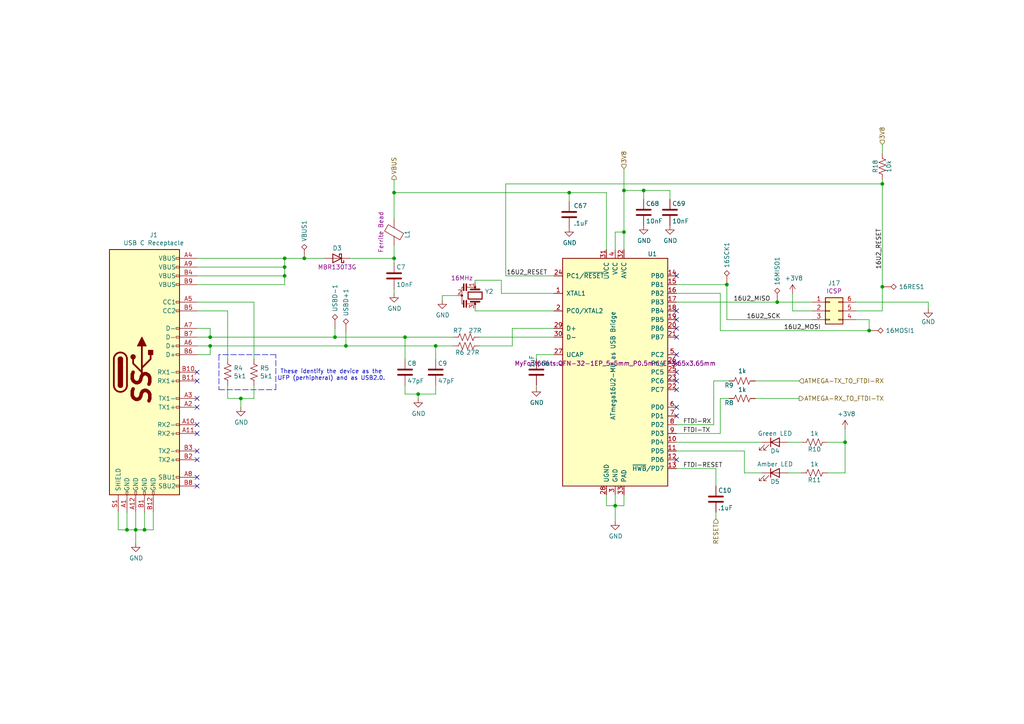
<source format=kicad_sch>
(kicad_sch (version 20211123) (generator eeschema)
  (paper "A4")
  (title_block (title "RCP USB PORT & BRIDGE "))
  (lib_symbols
    (symbol "Connector:TestPoint_Alt" (pin_numbers hide) (pin_names (offset 0.762) hide)
      (property "Reference" "TP" (at 0 6.858 0))
      (property "Value" "TestPoint_Alt" (at 0 5.08 0))
      (symbol "TestPoint_Alt_0_1"
        (polyline (pts (xy 0 2.54) (xy -0.762 3.302) (xy 0 4.064) (xy 0.762 3.302) (xy 0 2.54)))
      )
      (symbol "TestPoint_Alt_1_1"
        (pin passive line (at 0 0 90) (length 2.54) (name "1") (number "1"))
      )
    )
    (symbol "Connector_Generic:Conn_02x03_Counter_Clockwise" (pin_names (offset 1.016) hide)
      (property "Reference" "J" (at 1.27 5.08 0))
      (property "Value" "Conn_02x03_Counter_Clockwise" (at 1.27 -5.08 0))
      (symbol "Conn_02x03_Counter_Clockwise_1_1"
        (rectangle (start -1.27 -2.413) (end 0 -2.667) (stroke (width 0.1524)))
        (rectangle (start -1.27 0.127) (end 0 -0.127) (stroke (width 0.1524)))
        (rectangle (start -1.27 2.667) (end 0 2.413) (stroke (width 0.1524)))
        (rectangle (start -1.27 3.81) (end 3.81 -3.81) (stroke (width 0.254)) (fill (type background)))
        (rectangle (start 3.81 -2.413) (end 2.54 -2.667) (stroke (width 0.1524)))
        (rectangle (start 3.81 0.127) (end 2.54 -0.127) (stroke (width 0.1524)))
        (rectangle (start 3.81 2.667) (end 2.54 2.413) (stroke (width 0.1524)))
        (pin passive line (at -5.08 2.54 0) (length 3.81) (name "Pin_1") (number "1"))
        (pin passive line (at -5.08 0 0) (length 3.81) (name "Pin_2") (number "2"))
        (pin passive line (at -5.08 -2.54 0) (length 3.81) (name "Pin_3") (number "3"))
        (pin passive line (at 7.62 -2.54 180) (length 3.81) (name "Pin_4") (number "4"))
        (pin passive line (at 7.62 0 180) (length 3.81) (name "Pin_5") (number "5"))
        (pin passive line (at 7.62 2.54 180) (length 3.81) (name "Pin_6") (number "6"))
      )
    )
    (symbol "Device:C" (pin_numbers hide) (pin_names (offset 0.254))
      (property "Reference" "C" (at 0.635 2.54 0))
      (property "Value" "C" (at 0.635 -2.54 0))
      (symbol "C_0_1"
        (polyline (pts (xy -2.032 -0.762) (xy 2.032 -0.762)) (stroke (width 0.508)))
        (polyline (pts (xy -2.032 0.762) (xy 2.032 0.762)) (stroke (width 0.508)))
      )
      (symbol "C_1_1"
        (pin passive line (at 0 3.81 270) (length 2.794) (name "~") (number "1"))
        (pin passive line (at 0 -3.81 90) (length 2.794) (name "~") (number "2"))
      )
    )
    (symbol "Device:D_Schottky" (pin_numbers hide) (pin_names (offset 1.016) hide)
      (property "Reference" "D" (at 0 2.54 0))
      (property "Value" "D_Schottky" (at 0 -2.54 0))
      (symbol "D_Schottky_0_1"
        (polyline (pts (xy 1.27 0) (xy -1.27 0)))
        (polyline (pts (xy 1.27 1.27) (xy 1.27 -1.27) (xy -1.27 0) (xy 1.27 1.27)) (stroke (width 0.254)))
        (polyline (pts (xy -1.905 0.635) (xy -1.905 1.27) (xy -1.27 1.27) (xy -1.27 -1.27) (xy -0.635 -1.27) (xy -0.635 -0.635)) (stroke (width 0.254)))
      )
      (symbol "D_Schottky_1_1"
        (pin passive line (at -3.81 0 0) (length 2.54) (name "K") (number "1"))
        (pin passive line (at 3.81 0 180) (length 2.54) (name "A") (number "2"))
      )
    )
    (symbol "Device:Ferrite_Bead" (pin_numbers hide) (pin_names (offset 0))
      (property "Reference" "FB" (at -3.81 0.635 90))
      (property "Value" "Device_Ferrite_Bead" (at 3.81 0 90))
      (symbol "Ferrite_Bead_0_1"
        (polyline (pts (xy 0 -1.27) (xy 0 -1.2192)))
        (polyline (pts (xy 0 1.27) (xy 0 1.2954)))
        (polyline (pts (xy -2.7686 0.4064) (xy -1.7018 2.2606) (xy 2.7686 -0.3048) (xy 1.6764 -2.159) (xy -2.7686 0.4064)))
      )
      (symbol "Ferrite_Bead_1_1"
        (pin passive line (at 0 3.81 270) (length 2.54) (name "~") (number "1"))
        (pin passive line (at 0 -3.81 90) (length 2.54) (name "~") (number "2"))
      )
    )
    (symbol "Device:LED" (pin_numbers hide) (pin_names (offset 1.016) hide)
      (property "Reference" "D" (at 0 2.54 0))
      (property "Value" "LED" (at 0 -2.54 0))
      (symbol "LED_0_1"
        (polyline (pts (xy -1.27 -1.27) (xy -1.27 1.27)) (stroke (width 0.254)))
        (polyline (pts (xy -1.27 0) (xy 1.27 0)))
        (polyline (pts (xy 1.27 -1.27) (xy 1.27 1.27) (xy -1.27 0) (xy 1.27 -1.27)) (stroke (width 0.254)))
        (polyline (pts (xy -3.048 -0.762) (xy -4.572 -2.286) (xy -3.81 -2.286) (xy -4.572 -2.286) (xy -4.572 -1.524)))
        (polyline (pts (xy -1.778 -0.762) (xy -3.302 -2.286) (xy -2.54 -2.286) (xy -3.302 -2.286) (xy -3.302 -1.524)))
      )
      (symbol "LED_1_1"
        (pin passive line (at -3.81 0 0) (length 2.54) (name "K") (number "1"))
        (pin passive line (at 3.81 0 180) (length 2.54) (name "A") (number "2"))
      )
    )
    (symbol "Device:R_US" (pin_numbers hide) (pin_names (offset 0))
      (property "Reference" "R" (at 2.54 0 90))
      (property "Value" "R_US" (at -2.54 0 90))
      (symbol "R_US_0_1"
        (polyline (pts (xy 0 -2.286) (xy 0 -2.54)))
        (polyline (pts (xy 0 2.286) (xy 0 2.54)))
        (polyline (pts (xy 0 -0.762) (xy 1.016 -1.143) (xy 0 -1.524) (xy -1.016 -1.905) (xy 0 -2.286)))
        (polyline (pts (xy 0 0.762) (xy 1.016 0.381) (xy 0 0) (xy -1.016 -0.381) (xy 0 -0.762)))
        (polyline (pts (xy 0 2.286) (xy 1.016 1.905) (xy 0 1.524) (xy -1.016 1.143) (xy 0 0.762)))
      )
      (symbol "R_US_1_1"
        (pin passive line (at 0 3.81 270) (length 1.27) (name "~") (number "1"))
        (pin passive line (at 0 -3.81 90) (length 1.27) (name "~") (number "2"))
      )
    )
    (symbol "Device:Resonator" (pin_names (offset 1.016) hide)
      (property "Reference" "Y" (at 0 5.715 0))
      (property "Value" "Resonator" (at 0 3.81 0))
      (symbol "Resonator_0_1"
        (rectangle (start -3.429 -3.175) (end -1.397 -3.429) (fill (type outline)))
        (rectangle (start -3.429 -2.413) (end -1.397 -2.667) (fill (type outline)))
        (circle (center -2.413 0) (radius 0.254) (fill (type outline)))
        (rectangle (start -1.016 2.032) (end 1.016 -2.032) (stroke (width 0.3048)))
        (circle (center 0 -3.81) (radius 0.254) (fill (type outline)))
        (polyline (pts (xy -2.413 -2.413) (xy -2.413 0)))
        (polyline (pts (xy -1.905 0) (xy -3.175 0)))
        (polyline (pts (xy -1.778 -1.27) (xy -1.778 1.27)) (stroke (width 0.508)))
        (polyline (pts (xy 1.778 -1.27) (xy 1.778 1.27)) (stroke (width 0.508)))
        (polyline (pts (xy 1.905 0) (xy 2.54 0)))
        (polyline (pts (xy 2.413 0) (xy 2.413 -2.54)))
        (polyline (pts (xy 2.413 -3.302) (xy 2.413 -3.81) (xy -2.413 -3.81) (xy -2.413 -3.302)))
        (rectangle (start 1.397 -3.175) (end 3.429 -3.429) (fill (type outline)))
        (rectangle (start 1.397 -2.413) (end 3.429 -2.667) (fill (type outline)))
        (circle (center 2.413 0) (radius 0.254) (fill (type outline)))
      )
      (symbol "Resonator_1_1"
        (pin passive line (at -3.81 0 0) (length 1.27) (name "1") (number "1"))
        (pin passive line (at 0 -5.08 90) (length 1.27) (name "2") (number "2"))
        (pin passive line (at 3.81 0 180) (length 1.27) (name "3") (number "3"))
      )
    )
    (symbol "MyLibrary:ATmega16U2-MU" (pin_names (offset 1.016))
      (property "Reference" "U" (at 8.89 33.02 0))
      (property "Value" "MyLibrary_ATmega16U2-MU" (at 0 0 0))
      (symbol "ATmega16U2-MU_1_1"
        (rectangle (start -15.24 -35.56) (end 15.24 30.48) (stroke (width 0.254)) (fill (type background)))
        (pin input line (at -17.78 20.32 0) (length 2.54) (name "XTAL1") (number "1"))
        (pin tri_state line (at 17.78 -22.86 180) (length 2.54) (name "PD4") (number "10"))
        (pin tri_state line (at 17.78 -25.4 180) (length 2.54) (name "PD5") (number "11"))
        (pin tri_state line (at 17.78 -27.94 180) (length 2.54) (name "PD6") (number "12"))
        (pin tri_state line (at 17.78 -30.48 180) (length 2.54) (name "~{HWB}/PD7") (number "13"))
        (pin tri_state line (at 17.78 25.4 180) (length 2.54) (name "PB0") (number "14"))
        (pin tri_state line (at 17.78 22.86 180) (length 2.54) (name "PB1") (number "15"))
        (pin tri_state line (at 17.78 20.32 180) (length 2.54) (name "PB2") (number "16"))
        (pin tri_state line (at 17.78 17.78 180) (length 2.54) (name "PB3") (number "17"))
        (pin tri_state line (at 17.78 15.24 180) (length 2.54) (name "PB4") (number "18"))
        (pin tri_state line (at 17.78 12.7 180) (length 2.54) (name "PB5") (number "19"))
        (pin tri_state line (at -17.78 15.24 0) (length 2.54) (name "PC0/XTAL2") (number "2"))
        (pin tri_state line (at 17.78 10.16 180) (length 2.54) (name "PB6") (number "20"))
        (pin tri_state line (at 17.78 7.62 180) (length 2.54) (name "PB7") (number "21"))
        (pin tri_state line (at 17.78 -7.62 180) (length 2.54) (name "PC7") (number "22"))
        (pin tri_state line (at 17.78 -5.08 180) (length 2.54) (name "PC6") (number "23"))
        (pin tri_state line (at -17.78 25.4 0) (length 2.54) (name "PC1/~{RESET}") (number "24"))
        (pin tri_state line (at 17.78 -2.54 180) (length 2.54) (name "PC5") (number "25"))
        (pin tri_state line (at 17.78 0 180) (length 2.54) (name "PC4") (number "26"))
        (pin passive line (at -17.78 2.54 0) (length 2.54) (name "UCAP") (number "27"))
        (pin power_in line (at -2.54 -38.1 90) (length 2.54) (name "UGND") (number "28"))
        (pin bidirectional line (at -17.78 10.16 0) (length 2.54) (name "D+") (number "29"))
        (pin power_in line (at 0 -38.1 90) (length 2.54) (name "GND") (number "3"))
        (pin bidirectional line (at -17.78 7.62 0) (length 2.54) (name "D-") (number "30"))
        (pin power_in line (at -2.54 33.02 270) (length 2.54) (name "UVCC") (number "31"))
        (pin power_in line (at 2.54 33.02 270) (length 2.54) (name "AVCC") (number "32"))
        (pin passive line (at 2.54 -38.1 90) (length 2.54) (name "PAD") (number "33"))
        (pin power_in line (at 0 33.02 270) (length 2.54) (name "VCC") (number "4"))
        (pin tri_state line (at 17.78 2.54 180) (length 2.54) (name "PC2") (number "5"))
        (pin tri_state line (at 17.78 -12.7 180) (length 2.54) (name "PD0") (number "6"))
        (pin tri_state line (at 17.78 -15.24 180) (length 2.54) (name "PD1") (number "7"))
        (pin tri_state line (at 17.78 -17.78 180) (length 2.54) (name "PD2") (number "8"))
        (pin tri_state line (at 17.78 -20.32 180) (length 2.54) (name "PD3") (number "9"))
      )
    )
    (symbol "RUSP_Mainboard-rescue:USB_C_Receptacle-Connector-4GRotaryCellPhone-rescue-4GRCP_Mainboard-rescue" (pin_names (offset 1.016))
      (property "Reference" "J" (at -10.16 36.83 0))
      (property "Value" "USB_C_Receptacle-Connector-4GRotaryCellPhone-rescue-4GRCP_Mainboard-rescue" (at 10.16 36.83 0))
      (symbol "USB_C_Receptacle-Connector-4GRotaryCellPhone-rescue-4GRCP_Mainboard-rescue_0_0"
        (rectangle (start -5.334 -35.56) (end -4.826 -34.544))
        (rectangle (start -2.794 -35.56) (end -2.286 -34.544))
        (rectangle (start -0.254 -35.56) (end 0.254 -34.544))
        (rectangle (start 2.286 -35.56) (end 2.794 -34.544))
        (rectangle (start 10.16 -32.766) (end 9.144 -33.274))
        (rectangle (start 10.16 -30.226) (end 9.144 -30.734))
        (rectangle (start 10.16 -25.146) (end 9.144 -25.654))
        (rectangle (start 10.16 -22.606) (end 9.144 -23.114))
        (rectangle (start 10.16 -17.526) (end 9.144 -18.034))
        (rectangle (start 10.16 -14.986) (end 9.144 -15.494))
        (rectangle (start 10.16 -9.906) (end 9.144 -10.414))
        (rectangle (start 10.16 -7.366) (end 9.144 -7.874))
        (rectangle (start 10.16 -2.286) (end 9.144 -2.794))
        (rectangle (start 10.16 0.254) (end 9.144 -0.254))
        (rectangle (start 10.16 5.334) (end 9.144 4.826))
        (rectangle (start 10.16 7.874) (end 9.144 7.366))
        (rectangle (start 10.16 10.414) (end 9.144 9.906))
        (rectangle (start 10.16 12.954) (end 9.144 12.446))
        (rectangle (start 10.16 18.034) (end 9.144 17.526))
        (rectangle (start 10.16 20.574) (end 9.144 20.066))
        (rectangle (start 10.16 25.654) (end 9.144 25.146))
        (rectangle (start 10.16 28.194) (end 9.144 27.686))
        (rectangle (start 10.16 30.734) (end 9.144 30.226))
        (rectangle (start 10.16 33.274) (end 9.144 32.766))
        (text "SS" (at -0.762 -4.445 900) (effects (font (size 5.08 5.08) bold italic)))
      )
      (symbol "USB_C_Receptacle-Connector-4GRotaryCellPhone-rescue-4GRCP_Mainboard-rescue_0_1"
        (rectangle (start -10.16 35.56) (end 10.16 -35.56) (stroke (width 0.254)) (fill (type background)))
        (arc (start -8.89 -3.81) (mid -6.985 -5.715) (end -5.08 -3.81) (stroke (width 0.508)))
        (arc (start -7.62 -3.81) (mid -6.985 -4.445) (end -6.35 -3.81) (stroke (width 0.254)))
        (arc (start -7.62 -3.81) (mid -6.985 -4.445) (end -6.35 -3.81) (stroke (width 0.254)) (fill (type outline)))
        (rectangle (start -7.62 -3.81) (end -6.35 3.81) (stroke (width 0.254)) (fill (type outline)))
        (arc (start -6.35 3.81) (mid -6.985 4.445) (end -7.62 3.81) (stroke (width 0.254)))
        (arc (start -6.35 3.81) (mid -6.985 4.445) (end -7.62 3.81) (stroke (width 0.254)) (fill (type outline)))
        (arc (start -5.08 3.81) (mid -6.985 5.715) (end -8.89 3.81) (stroke (width 0.508)))
        (circle (center -3.302 4.445) (radius 0.635) (stroke (width 0.254)) (fill (type outline)))
        (polyline (pts (xy -8.89 -3.81) (xy -8.89 3.81)) (stroke (width 0.508)))
        (polyline (pts (xy -5.08 3.81) (xy -5.08 -3.81)) (stroke (width 0.508)))
        (polyline (pts (xy -0.762 -1.27) (xy -0.762 7.62)) (stroke (width 0.508)))
        (polyline (pts (xy -0.762 0) (xy -3.302 2.54) (xy -3.302 3.81)) (stroke (width 0.508)))
        (polyline (pts (xy -0.762 1.27) (xy 1.778 3.81) (xy 1.778 5.08)) (stroke (width 0.508)))
        (polyline (pts (xy -2.032 7.62) (xy -0.762 10.16) (xy 0.508 7.62) (xy -2.032 7.62)) (stroke (width 0.254)) (fill (type outline)))
        (rectangle (start 1.143 5.08) (end 2.413 6.35) (stroke (width 0.254)) (fill (type outline)))
      )
      (symbol "USB_C_Receptacle-Connector-4GRotaryCellPhone-rescue-4GRCP_Mainboard-rescue_1_1"
        (pin power_in line (at -5.08 -40.64 90) (length 5.08) (name "GND") (number "A1"))
        (pin bidirectional line (at 15.24 -15.24 180) (length 5.08) (name "RX2-") (number "A10"))
        (pin bidirectional line (at 15.24 -17.78 180) (length 5.08) (name "RX2+") (number "A11"))
        (pin power_in line (at -2.54 -40.64 90) (length 5.08) (name "GND") (number "A12"))
        (pin bidirectional line (at 15.24 -10.16 180) (length 5.08) (name "TX1+") (number "A2"))
        (pin bidirectional line (at 15.24 -7.62 180) (length 5.08) (name "TX1-") (number "A3"))
        (pin power_in line (at 15.24 33.02 180) (length 5.08) (name "VBUS") (number "A4"))
        (pin bidirectional line (at 15.24 20.32 180) (length 5.08) (name "CC1") (number "A5"))
        (pin bidirectional line (at 15.24 7.62 180) (length 5.08) (name "D+") (number "A6"))
        (pin bidirectional line (at 15.24 12.7 180) (length 5.08) (name "D-") (number "A7"))
        (pin bidirectional line (at 15.24 -30.48 180) (length 5.08) (name "SBU1") (number "A8"))
        (pin power_in line (at 15.24 30.48 180) (length 5.08) (name "VBUS") (number "A9"))
        (pin power_in line (at 0 -40.64 90) (length 5.08) (name "GND") (number "B1"))
        (pin bidirectional line (at 15.24 0 180) (length 5.08) (name "RX1-") (number "B10"))
        (pin bidirectional line (at 15.24 -2.54 180) (length 5.08) (name "RX1+") (number "B11"))
        (pin power_in line (at 2.54 -40.64 90) (length 5.08) (name "GND") (number "B12"))
        (pin bidirectional line (at 15.24 -25.4 180) (length 5.08) (name "TX2+") (number "B2"))
        (pin bidirectional line (at 15.24 -22.86 180) (length 5.08) (name "TX2-") (number "B3"))
        (pin power_in line (at 15.24 27.94 180) (length 5.08) (name "VBUS") (number "B4"))
        (pin bidirectional line (at 15.24 17.78 180) (length 5.08) (name "CC2") (number "B5"))
        (pin bidirectional line (at 15.24 5.08 180) (length 5.08) (name "D+") (number "B6"))
        (pin bidirectional line (at 15.24 10.16 180) (length 5.08) (name "D-") (number "B7"))
        (pin bidirectional line (at 15.24 -33.02 180) (length 5.08) (name "SBU2") (number "B8"))
        (pin power_in line (at 15.24 25.4 180) (length 5.08) (name "VBUS") (number "B9"))
        (pin passive line (at -7.62 -40.64 90) (length 5.08) (name "SHIELD") (number "S1"))
      )
    )
    (symbol "power:+3V8" (power) (pin_names (offset 0))
      (property "Value" "+3V8" (at 0 3.556 0))
      (symbol "+3V8_0_1"
        (polyline (pts (xy -0.762 1.27) (xy 0 2.54)))
        (polyline (pts (xy 0 0) (xy 0 2.54)))
        (polyline (pts (xy 0 2.54) (xy 0.762 1.27)))
      )
      (symbol "+3V8_1_1"
        (pin power_in line (at 0 0 90) (length 0) hide (name "+3V8") (number "1"))
      )
    )
    (symbol "power:GND" (power) (pin_names (offset 0))
      (property "Value" "GND" (at 0 -3.81 0))
      (symbol "GND_0_1"
        (polyline (pts (xy 0 0) (xy 0 -1.27) (xy 1.27 -1.27) (xy 0 -2.54) (xy -1.27 -1.27) (xy 0 -1.27)))
      )
      (symbol "GND_1_1"
        (pin power_in line (at 0 0 270) (length 0) hide (name "GND") (number "1"))
      )
    )
  )
  (junction (at 178.435 146.685))
  (junction (at 60.96 100.33))
  (junction (at 186.69 55.245))
  (junction (at 126.365 100.33))
  (junction (at 82.55 74.93))
  (junction (at 97.155 97.79))
  (junction (at 41.91 153.67))
  (junction (at 165.1 55.88))
  (junction (at 114.3 55.88))
  (junction (at 121.285 114.3))
  (junction (at 180.975 55.245))
  (junction (at 210.82 82.55))
  (junction (at 114.3 74.93))
  (junction (at 255.905 83.185))
  (junction (at 252.095 95.885))
  (junction (at 39.37 153.67))
  (junction (at 100.33 100.33))
  (junction (at 82.55 80.01))
  (junction (at 245.11 128.27))
  (junction (at 180.975 67.31))
  (junction (at 225.425 87.63))
  (junction (at 82.55 77.47))
  (junction (at 69.85 115.57))
  (junction (at 60.96 97.79))
  (junction (at 117.475 97.79))
  (junction (at 88.265 74.93))
  (junction (at 255.905 53.34))
  (junction (at 36.83 153.67))
  (no_connect (at 57.15 123.19))
  (no_connect (at 196.215 90.17))
  (no_connect (at 196.215 92.71))
  (no_connect (at 57.15 130.81))
  (no_connect (at 57.15 107.95))
  (no_connect (at 196.215 95.25))
  (no_connect (at 57.15 115.57))
  (no_connect (at 196.215 113.03))
  (no_connect (at 196.215 118.11))
  (no_connect (at 196.215 107.95))
  (no_connect (at 196.215 110.49))
  (no_connect (at 57.15 110.49))
  (no_connect (at 196.215 97.79))
  (no_connect (at 57.15 133.35))
  (no_connect (at 57.15 125.73))
  (no_connect (at 196.215 102.87))
  (no_connect (at 196.215 120.65))
  (no_connect (at 196.215 105.41))
  (no_connect (at 196.215 80.01))
  (no_connect (at 57.15 138.43))
  (no_connect (at 57.15 118.11))
  (no_connect (at 57.15 140.97))
  (no_connect (at 196.215 133.35))
  (wire (pts (xy 196.215 130.81) (xy 215.9 130.81)))
  (wire (pts (xy 155.575 102.87) (xy 160.655 102.87)))
  (wire (pts (xy 196.215 128.27) (xy 220.98 128.27)))
  (wire (pts (xy 207.645 150.495) (xy 207.645 148.59)))
  (wire (pts (xy 255.905 41.91) (xy 255.905 44.45)))
  (wire (pts (xy 208.915 85.09) (xy 208.915 95.885)))
  (wire (pts (xy 114.3 74.93) (xy 114.3 71.12)))
  (wire (pts (xy 248.285 90.17) (xy 255.905 90.17)))
  (wire (pts (xy 178.435 72.39) (xy 178.435 67.31)))
  (wire (pts (xy 88.265 74.93) (xy 93.98 74.93)))
  (wire (pts (xy 186.69 55.245) (xy 194.31 55.245)))
  (wire (pts (xy 160.655 90.17) (xy 137.795 90.17)))
  (wire (pts (xy 82.55 74.93) (xy 57.15 74.93)))
  (wire (pts (xy 229.87 90.17) (xy 235.585 90.17)))
  (wire (pts (xy 117.475 111.76) (xy 117.475 114.3)))
  (wire (pts (xy 114.3 52.07) (xy 114.3 55.88)))
  (wire (pts (xy 196.215 123.19) (xy 207.01 123.19)))
  (wire (pts (xy 165.1 55.88) (xy 114.3 55.88)))
  (wire (pts (xy 146.685 80.01) (xy 160.655 80.01)))
  (wire (pts (xy 215.9 137.16) (xy 220.98 137.16)))
  (wire (pts (xy 255.905 53.34) (xy 146.685 53.34)))
  (wire (pts (xy 57.15 97.79) (xy 60.96 97.79)))
  (wire (pts (xy 178.435 67.31) (xy 180.975 67.31)))
  (wire (pts (xy 57.15 100.33) (xy 60.96 100.33)))
  (polyline (pts (xy 80.01 113.03) (xy 80.01 102.87)))
  (wire (pts (xy 228.6 137.16) (xy 232.41 137.16)))
  (wire (pts (xy 178.435 146.685) (xy 180.975 146.685)))
  (wire (pts (xy 126.365 100.33) (xy 131.445 100.33)))
  (wire (pts (xy 82.55 80.01) (xy 82.55 77.47)))
  (wire (pts (xy 255.905 90.17) (xy 255.905 83.185)))
  (wire (pts (xy 229.87 85.09) (xy 229.87 90.17)))
  (wire (pts (xy 82.55 82.55) (xy 82.55 80.01)))
  (wire (pts (xy 137.795 90.17) (xy 137.795 89.535)))
  (wire (pts (xy 36.83 153.67) (xy 39.37 153.67)))
  (wire (pts (xy 207.01 110.49) (xy 211.455 110.49)))
  (wire (pts (xy 114.3 55.88) (xy 114.3 63.5)))
  (wire (pts (xy 208.915 115.57) (xy 208.915 125.73)))
  (wire (pts (xy 175.895 143.51) (xy 175.895 146.685)))
  (wire (pts (xy 148.59 100.33) (xy 148.59 95.25)))
  (wire (pts (xy 180.975 55.245) (xy 186.69 55.245)))
  (wire (pts (xy 100.33 100.33) (xy 126.365 100.33)))
  (wire (pts (xy 208.915 115.57) (xy 211.455 115.57)))
  (wire (pts (xy 245.11 124.46) (xy 245.11 128.27)))
  (wire (pts (xy 57.15 82.55) (xy 82.55 82.55)))
  (wire (pts (xy 245.11 137.16) (xy 240.03 137.16)))
  (wire (pts (xy 175.895 72.39) (xy 175.895 55.88)))
  (wire (pts (xy 57.15 80.01) (xy 82.55 80.01)))
  (wire (pts (xy 215.9 130.81) (xy 215.9 137.16)))
  (wire (pts (xy 255.905 53.34) (xy 255.905 52.07)))
  (wire (pts (xy 126.365 104.14) (xy 126.365 100.33)))
  (wire (pts (xy 210.82 82.55) (xy 196.215 82.55)))
  (wire (pts (xy 57.15 90.17) (xy 66.04 90.17)))
  (wire (pts (xy 60.96 97.79) (xy 97.155 97.79)))
  (wire (pts (xy 34.29 153.67) (xy 36.83 153.67)))
  (wire (pts (xy 207.645 135.89) (xy 207.645 140.97)))
  (wire (pts (xy 117.475 114.3) (xy 121.285 114.3)))
  (wire (pts (xy 137.795 81.915) (xy 137.795 81.28)))
  (wire (pts (xy 207.01 123.19) (xy 207.01 110.49)))
  (wire (pts (xy 148.59 95.25) (xy 160.655 95.25)))
  (wire (pts (xy 57.15 87.63) (xy 73.66 87.63)))
  (wire (pts (xy 175.895 55.88) (xy 165.1 55.88)))
  (wire (pts (xy 139.065 100.33) (xy 148.59 100.33)))
  (wire (pts (xy 248.285 92.71) (xy 252.095 92.71)))
  (wire (pts (xy 196.215 87.63) (xy 225.425 87.63)))
  (wire (pts (xy 208.915 125.73) (xy 196.215 125.73)))
  (wire (pts (xy 60.96 102.87) (xy 60.96 100.33)))
  (wire (pts (xy 139.065 97.79) (xy 160.655 97.79)))
  (wire (pts (xy 41.91 148.59) (xy 41.91 153.67)))
  (wire (pts (xy 73.66 115.57) (xy 73.66 111.76)))
  (wire (pts (xy 196.215 85.09) (xy 208.915 85.09)))
  (polyline (pts (xy 63.5 113.03) (xy 80.01 113.03)))
  (wire (pts (xy 60.96 100.33) (xy 100.33 100.33)))
  (wire (pts (xy 66.04 115.57) (xy 69.85 115.57)))
  (wire (pts (xy 180.975 67.31) (xy 180.975 72.39)))
  (wire (pts (xy 137.795 81.28) (xy 145.415 81.28)))
  (wire (pts (xy 210.82 92.71) (xy 210.82 82.55)))
  (wire (pts (xy 57.15 95.25) (xy 60.96 95.25)))
  (wire (pts (xy 180.975 55.245) (xy 180.975 48.895)))
  (wire (pts (xy 66.04 111.76) (xy 66.04 115.57)))
  (polyline (pts (xy 63.5 102.87) (xy 63.5 113.03)))
  (wire (pts (xy 66.04 90.17) (xy 66.04 104.14)))
  (wire (pts (xy 269.24 87.63) (xy 248.285 87.63)))
  (wire (pts (xy 245.11 128.27) (xy 245.11 137.16)))
  (wire (pts (xy 228.6 128.27) (xy 232.41 128.27)))
  (wire (pts (xy 165.1 58.42) (xy 165.1 55.88)))
  (wire (pts (xy 208.915 95.885) (xy 252.095 95.885)))
  (polyline (pts (xy 80.01 102.87) (xy 63.5 102.87)))
  (wire (pts (xy 57.15 77.47) (xy 82.55 77.47)))
  (wire (pts (xy 44.45 148.59) (xy 44.45 153.67)))
  (wire (pts (xy 114.3 76.2) (xy 114.3 74.93)))
  (wire (pts (xy 178.435 151.13) (xy 178.435 146.685)))
  (wire (pts (xy 178.435 143.51) (xy 178.435 146.685)))
  (wire (pts (xy 126.365 114.3) (xy 126.365 111.76)))
  (wire (pts (xy 255.905 83.185) (xy 255.905 53.34)))
  (wire (pts (xy 240.03 128.27) (xy 245.11 128.27)))
  (wire (pts (xy 73.66 87.63) (xy 73.66 104.14)))
  (wire (pts (xy 39.37 157.48) (xy 39.37 153.67)))
  (wire (pts (xy 97.155 95.25) (xy 97.155 97.79)))
  (wire (pts (xy 225.425 87.63) (xy 235.585 87.63)))
  (wire (pts (xy 128.27 86.995) (xy 128.27 85.725)))
  (wire (pts (xy 57.15 102.87) (xy 60.96 102.87)))
  (wire (pts (xy 97.155 97.79) (xy 117.475 97.79)))
  (wire (pts (xy 186.69 55.245) (xy 186.69 57.785)))
  (wire (pts (xy 121.285 115.57) (xy 121.285 114.3)))
  (wire (pts (xy 194.31 55.245) (xy 194.31 57.785)))
  (wire (pts (xy 155.575 104.14) (xy 155.575 102.87)))
  (wire (pts (xy 121.285 114.3) (xy 126.365 114.3)))
  (wire (pts (xy 117.475 104.14) (xy 117.475 97.79)))
  (wire (pts (xy 145.415 85.09) (xy 160.655 85.09)))
  (wire (pts (xy 60.96 95.25) (xy 60.96 97.79)))
  (wire (pts (xy 36.83 153.67) (xy 36.83 148.59)))
  (wire (pts (xy 114.3 85.09) (xy 114.3 83.82)))
  (wire (pts (xy 180.975 146.685) (xy 180.975 143.51)))
  (wire (pts (xy 41.91 153.67) (xy 44.45 153.67)))
  (wire (pts (xy 269.24 89.535) (xy 269.24 87.63)))
  (wire (pts (xy 39.37 153.67) (xy 41.91 153.67)))
  (wire (pts (xy 145.415 81.28) (xy 145.415 85.09)))
  (wire (pts (xy 196.215 135.89) (xy 207.645 135.89)))
  (wire (pts (xy 101.6 74.93) (xy 114.3 74.93)))
  (wire (pts (xy 252.095 95.885) (xy 252.095 92.71)))
  (wire (pts (xy 82.55 74.93) (xy 88.265 74.93)))
  (wire (pts (xy 34.29 153.67) (xy 34.29 148.59)))
  (wire (pts (xy 82.55 77.47) (xy 82.55 74.93)))
  (wire (pts (xy 219.075 110.49) (xy 231.775 110.49)))
  (wire (pts (xy 117.475 97.79) (xy 131.445 97.79)))
  (wire (pts (xy 180.975 67.31) (xy 180.975 55.245)))
  (wire (pts (xy 69.85 115.57) (xy 73.66 115.57)))
  (wire (pts (xy 155.575 111.76) (xy 155.575 112.395)))
  (wire (pts (xy 210.82 92.71) (xy 235.585 92.71)))
  (wire (pts (xy 231.775 115.57) (xy 219.075 115.57)))
  (wire (pts (xy 175.895 146.685) (xy 178.435 146.685)))
  (wire (pts (xy 39.37 148.59) (xy 39.37 153.67)))
  (wire (pts (xy 100.33 96.52) (xy 100.33 100.33)))
  (wire (pts (xy 146.685 53.34) (xy 146.685 80.01)))
  (wire (pts (xy 69.85 115.57) (xy 69.85 118.11)))
  (wire (pts (xy 128.27 85.725) (xy 132.715 85.725)))
  (text "These identify the device as the \nUFP (perhipheral) and as USB2.0." (at 111.76 110.49 180) (effects (font (size 1.1938 1.1938)) (justify right bottom)))
  (label "FTDI-TX" (at 198.12 125.73 0))
  (label "16U2_RESET" (at 255.905 78.105 90))
  (label "16U2_MOSI" (at 227.33 95.885 0))
  (label "16U2_RESET" (at 158.75 80.01 180))
  (label "16U2_MISO" (at 212.725 87.63 0))
  (label "16U2_SCK" (at 216.535 92.71 0))
  (label "FTDI-RX" (at 198.12 123.19 0))
  (label "FTDI-RESET" (at 198.12 135.89 0))
  (hierarchical_label "ATMEGA-TX_TO_FTDI-RX" (shape input) (at 231.775 110.49 0))
  (hierarchical_label "ATMEGA-RX_TO_FTDI-TX" (shape output) (at 231.775 115.57 0))
  (hierarchical_label "VBUS" (shape output) (at 114.3 52.07 90))
  (hierarchical_label "RESET" (shape input) (at 207.645 150.495 270))
  (hierarchical_label "3V8" (shape input) (at 180.975 48.895 90))
  (hierarchical_label "3V8" (shape input) (at 255.905 41.91 90))
  (symbol (lib_id "Device:R_US") (at 135.255 97.79 270) (unit 1)
    (property "Reference" "R7" (at 132.715 95.885 90))
    (property "Value" "27R" (at 137.795 95.885 90))
    (property "Footprint" "Resistor_SMD:R_0603_1608Metric" (effects hide))
    (property "Distrib. Name" "Digi-Key" (effects hide))
    (property "Distrib Part No." "RMCF0603JT27R0CT-ND " (effects hide))
  )
  (symbol (lib_id "Device:R_US") (at 135.255 100.33 270) (unit 1)
    (property "Reference" "R6" (at 133.35 102.235 90))
    (property "Value" "27R" (at 137.16 102.235 90))
    (property "Footprint" "Resistor_SMD:R_0603_1608Metric" (effects hide))
    (property "Distrib. Name" "Digi-Key" (effects hide))
    (property "Distrib Part No." "RMCF0603JT27R0CT-ND " (effects hide))
  )
  (symbol (lib_id "Device:C") (at 126.365 107.95 0) (unit 1)
    (property "Reference" "C9" (at 127 105.41 0) (effects (justify left)))
    (property "Value" "47pF" (at 127 110.49 0) (effects (justify left)))
    (property "Footprint" "Capacitor_SMD:C_0603_1608Metric" (effects hide))
    (property "Distrib. Name" "Digi-Key" (effects hide))
    (property "Distrib Part No." "399-7918-1-ND " (effects hide))
  )
  (symbol (lib_id "Device:C") (at 117.475 107.95 0) (unit 1)
    (property "Reference" "C8" (at 118.11 105.41 0) (effects (justify left)))
    (property "Value" "47pF" (at 118.11 110.49 0) (effects (justify left)))
    (property "Footprint" "Capacitor_SMD:C_0603_1608Metric" (effects hide))
    (property "Distrib. Name" "Digi-Key" (effects hide))
    (property "Distrib Part No." "399-7918-1-ND " (effects hide))
  )
  (symbol (lib_id "Device:R_US") (at 236.22 128.27 270) (unit 1)
    (property "Reference" "R10" (at 236.22 130.302 90))
    (property "Value" "1k" (at 236.22 125.73 90))
    (property "Footprint" "Resistor_SMD:R_0603_1608Metric" (effects hide))
    (property "Distrib. Name" "Digi-Key" (effects hide))
    (property "Distrib Part No." "P1.0KGCT-ND" (effects hide))
  )
  (symbol (lib_id "Device:LED") (at 224.79 128.27 0) (unit 1)
    (property "Reference" "D4" (at 224.79 130.81 0))
    (property "Value" "Green LED" (at 224.79 125.73 0))
    (property "Footprint" "LED_SMD:LED_0603_1608Metric_Castellated" (effects hide))
    (property "Mfg. Name" "OSRAM" (effects hide))
    (property "Mfg. Part No." "LT Q39G-Q1OO-25-1" (effects hide))
    (property "Distrib. Name" "DigiKey" (effects hide))
    (property "Distrib Part No." "475-3442-1-ND‎" (effects hide))
    (property "Color" "Rx/GREEN" (effects hide))
  )
  (symbol (lib_id "Device:R_US") (at 236.22 137.16 270) (unit 1)
    (property "Reference" "R11" (at 236.22 139.192 90))
    (property "Value" "1k" (at 236.22 134.62 90))
    (property "Footprint" "Resistor_SMD:R_0603_1608Metric" (effects hide))
    (property "Distrib. Name" "Digi-Key" (effects hide))
    (property "Distrib Part No." "P1.0KGCT-ND" (effects hide))
  )
  (symbol (lib_id "Device:LED") (at 224.79 137.16 0) (unit 1)
    (property "Reference" "D5" (at 224.79 139.7 0))
    (property "Value" "Amber LED" (at 224.79 134.62 0))
    (property "Footprint" "LED_SMD:LED_0603_1608Metric_Castellated" (effects hide))
    (property "Mfg. Name" "Inolux" (effects hide))
    (property "Mfg. Part No." "IN-S63AT5Y" (effects hide))
    (property "Distrib. Name" "DigiKey" (effects hide))
    (property "Distrib Part No." "1830-1066-1-ND‎" (effects hide))
    (property "Color" "Tx/YELLOW" (effects hide))
  )
  (symbol (lib_id "Device:Ferrite_Bead") (at 114.3 67.31 180) (unit 1)
    (property "Reference" "L1" (at 118.11 67.945 90))
    (property "Value" "Ferrite Bead for VBus" (effects hide))
    (property "Footprint" "Resistor_SMD:R_0805_2012Metric_Pad1.15x1.40mm_HandSolder" (effects hide))
    (property "Mfg. Name" "Laird" (effects hide))
    (property "Mfg. Part No." "MI0805K601R-10" (effects hide))
    (property "Distrib. Name" "DigiKey" (effects hide))
    (property "Distrib Part No." "240-2390-1-ND" (effects hide))
    (property "Label" "Ferrite Bead" (at 110.49 67.31 90))
  )
  (symbol (lib_id "Device:C") (at 114.3 80.01 0) (unit 1)
    (property "Reference" "C7" (at 114.935 77.47 0) (effects (justify left)))
    (property "Value" "10nF" (at 114.935 82.55 0) (effects (justify left)))
    (property "Footprint" "Capacitor_SMD:C_0603_1608Metric" (effects hide))
  )
  (symbol (lib_id "Device:C") (at 207.645 144.78 0) (unit 1)
    (property "Reference" "C10" (at 208.28 142.24 0) (effects (justify left)))
    (property "Value" ".1uF" (at 208.28 147.32 0) (effects (justify left)))
    (property "Footprint" "Capacitor_SMD:C_0603_1608Metric" (effects hide))
    (property "Distrib. Name" "Digi-Key" (effects hide))
    (property "Distrib Part No." "1276-1000-1-ND " (effects hide))
    (property "Label" "50V" (effects hide))
  )
  (symbol (lib_id "Device:R_US") (at 215.265 115.57 90) (unit 1)
    (property "Reference" "R8" (at 211.455 116.84 90))
    (property "Value" "1k" (at 215.265 113.03 90))
    (property "Footprint" "Resistor_SMD:R_0603_1608Metric" (effects hide))
    (property "Distrib. Name" "Digi-Key" (effects hide))
    (property "Distrib Part No." "P1.0KGCT-ND" (effects hide))
  )
  (symbol (lib_id "Device:R_US") (at 215.265 110.49 270) (unit 1)
    (property "Reference" "R9" (at 211.455 111.76 90))
    (property "Value" "1k" (at 215.265 107.5944 90))
    (property "Footprint" "Resistor_SMD:R_0603_1608Metric" (effects hide))
    (property "Distrib. Name" "Digi-Key" (effects hide))
    (property "Distrib Part No." "P1.0KGCT-ND" (effects hide))
  )
  (symbol (lib_id "Device:D_Schottky") (at 97.79 74.93 180) (unit 1)
    (property "Reference" "D3" (at 97.79 71.9836 0))
    (property "Value" "VBus Protection Schottky" (effects hide))
    (property "Footprint" "Diode_SMD:D_SOD-123" (effects hide))
    (property "Mfg. Name" "ON Semiconductor" (effects hide))
    (property "Mfg. Part No." "MBR130T3G" (at 97.79 77.47 0))
    (property "Distrib. Name" "DigiKey" (effects hide))
    (property "Distrib Part No." "MBR130T3GOSCT-ND" (effects hide))
  )
  (symbol (lib_id "power:GND") (at 69.85 118.11 0) (unit 1)
    (property "Reference" "#PWR0121" (effects hide))
    (property "Value" "GND" (at 69.977 122.5042 0))
  )
  (symbol (lib_id "power:GND") (at 121.285 115.57 0) (unit 1)
    (property "Reference" "#PWR0123" (effects hide))
    (property "Value" "GND" (at 121.412 119.9642 0))
  )
  (symbol (lib_id "RUSP_Mainboard-rescue:USB_C_Receptacle-Connector-4GRotaryCellPhone-rescue-4GRCP_Mainboard-rescue") (at 41.91 107.95 0) (unit 1)
    (property "Reference" "J1" (at 44.577 68.1482 0))
    (property "Value" "USB C Receptacle" (at 44.577 70.4596 0))
    (property "Footprint" "MyFootprints:USBC_CUI_UJ31-CH-G1-SMT-TR" (effects hide))
    (property "Datasheet" "https://www.cuidevices.com/product/resource/uj31-ch-g1-smt-tr.pdf" (effects hide))
    (property "Mfg. Name" "CUI" (effects hide))
    (property "Mfg. Part No." "UJ31-CH-G1-SMT-TR" (effects hide))
  )
  (symbol (lib_id "Device:R_US") (at 66.04 107.95 0) (unit 1)
    (property "Reference" "R4" (at 67.7672 106.7816 0) (effects (justify left)))
    (property "Value" "5k1" (at 67.7672 109.093 0) (effects (justify left)))
    (property "Footprint" "Resistor_SMD:R_0402_1005Metric" (effects hide))
    (property "Mfg. Name" "Yageo" (effects hide))
    (property "Mfg. Part No." "RC0402FR-075K1L" (effects hide))
  )
  (symbol (lib_id "Device:R_US") (at 73.66 107.95 0) (unit 1)
    (property "Reference" "R5" (at 75.3872 106.7816 0) (effects (justify left)))
    (property "Value" "5k1" (at 75.3872 109.093 0) (effects (justify left)))
    (property "Footprint" "Resistor_SMD:R_0402_1005Metric" (effects hide))
    (property "Mfg. Name" "Yageo" (effects hide))
    (property "Mfg. Part No." "RC0402FR-075K1L" (effects hide))
  )
  (symbol (lib_id "power:GND") (at 114.3 85.09 0) (unit 1)
    (property "Reference" "#PWR0151" (effects hide))
    (property "Value" "GND" (at 114.427 89.4842 0))
  )
  (symbol (lib_id "power:GND") (at 39.37 157.48 0) (unit 1)
    (property "Reference" "#PWR0152" (effects hide))
    (property "Value" "GND" (at 39.497 161.8742 0))
  )
  (symbol (lib_id "power:+3V8") (at 245.11 124.46 0) (unit 1)
    (property "Reference" "#PWR0122" (effects hide))
    (property "Value" "+3V8" (at 245.491 120.0658 0))
  )
  (symbol (lib_id "Device:C") (at 165.1 62.23 0) (unit 1)
    (property "Reference" "C67" (at 166.37 59.69 0) (effects (justify left)))
    (property "Value" ".1uF" (at 166.37 64.77 0) (effects (justify left)))
    (property "Footprint" "Capacitor_SMD:C_0603_1608Metric" (effects hide))
  )
  (symbol (lib_id "power:GND") (at 165.1 66.04 0) (unit 1)
    (property "Reference" "#PWR0149" (effects hide))
    (property "Value" "GND" (at 165.227 70.4342 0))
  )
  (symbol (lib_id "Connector_Generic:Conn_02x03_Counter_Clockwise") (at 240.665 90.17 0) (unit 1) (in_bom no)
    (property "Reference" "J17" (at 241.935 82.1182 0))
    (property "Value" "Conn_02x03_Counter_Clockwise" (effects hide))
    (property "Footprint" "MyFootprints:Tag-Connect_TC2030-IDC_MINIMAL" (effects hide))
    (property "Mfg. Name" "Tag-Connect" (effects hide))
    (property "Mfg. Part No." "Mating Connector: TC2030-IDC " (effects hide))
    (property "Label" "ICSP" (at 241.935 84.4296 0))
  )
  (symbol (lib_id "power:+3V8") (at 229.87 85.09 0) (unit 1)
    (property "Reference" "#PWR0150" (effects hide))
    (property "Value" "+3V8" (at 230.251 80.6958 0))
  )
  (symbol (lib_id "power:GND") (at 269.24 89.535 0) (unit 1)
    (property "Reference" "#PWR0234" (effects hide))
    (property "Value" "GND" (at 269.24 93.345 0))
  )
  (symbol (lib_id "Device:R_US") (at 255.905 48.26 180) (unit 1)
    (property "Reference" "R18" (at 253.873 48.26 90))
    (property "Value" "10k" (at 257.81 48.26 90))
    (property "Footprint" "Resistor_SMD:R_0603_1608Metric" (effects hide))
  )
  (symbol (lib_id "MyLibrary:ATmega16U2-MU") (at 178.435 105.41 0) (unit 1)
    (property "Reference" "U1" (at 189.23 73.66 0))
    (property "Value" "ATmega16U2-MU as USB Bridge" (at 177.8 106.045 90))
    (property "Footprint" "MyFootprints:QFN-32-1EP_5x5mm_P0.5mm_EP3.65x3.65mm" (at 178.435 105.41 0))
    (property "Mfg. Name" "ATmega" (effects hide))
    (property "Mfg. Part No." "ATmega16U2-MU" (effects hide))
  )
  (symbol (lib_id "power:GND") (at 178.435 151.13 0) (unit 1)
    (property "Reference" "#PWR0246" (effects hide))
    (property "Value" "GND" (at 178.562 155.5242 0))
  )
  (symbol (lib_id "Device:C") (at 155.575 107.95 0) (unit 1)
    (property "Reference" "C66" (at 155.575 105.41 0) (effects (justify left)))
    (property "Value" "1uF" (at 154.305 106.68 90) (effects (justify left)))
    (property "Footprint" "Capacitor_SMD:C_0402_1005Metric" (effects hide))
    (property "Mfg. Name" "Kemet" (effects hide))
    (property "Mfg. Part No." "C0402C105K9PACTU" (effects hide))
  )
  (symbol (lib_id "power:GND") (at 155.575 112.395 0) (unit 1)
    (property "Reference" "#PWR0247" (effects hide))
    (property "Value" "GND" (at 155.702 116.7892 0))
  )
  (symbol (lib_id "Device:C") (at 186.69 61.595 0) (unit 1)
    (property "Reference" "C68" (at 187.325 59.055 0) (effects (justify left)))
    (property "Value" "10nF" (at 187.325 64.135 0) (effects (justify left)))
    (property "Footprint" "Capacitor_SMD:C_0603_1608Metric" (effects hide))
  )
  (symbol (lib_id "Device:C") (at 194.31 61.595 0) (unit 1)
    (property "Reference" "C69" (at 194.945 59.055 0) (effects (justify left)))
    (property "Value" "10nF" (at 194.945 64.135 0) (effects (justify left)))
    (property "Footprint" "Capacitor_SMD:C_0603_1608Metric" (effects hide))
  )
  (symbol (lib_id "power:GND") (at 186.69 65.405 0) (unit 1)
    (property "Reference" "#PWR0248" (effects hide))
    (property "Value" "GND" (at 186.817 69.7992 0))
  )
  (symbol (lib_id "power:GND") (at 194.31 65.405 0) (unit 1)
    (property "Reference" "#PWR0249" (effects hide))
    (property "Value" "GND" (at 194.437 69.7992 0))
  )
  (symbol (lib_id "Device:Resonator") (at 137.795 85.725 270) (unit 1)
    (property "Reference" "Y2" (at 140.6144 84.5566 90) (effects (justify left)))
    (property "Value" "16MHz Resonator" (effects hide))
    (property "Footprint" "MyFootprints:AWSCR-16.00CV-T" (effects hide))
    (property "Mfg. Part No." "AWSCR-16.00CV-T" (effects hide))
    (property "Label" "16MHz" (at 133.985 80.645 90))
  )
  (symbol (lib_id "power:GND") (at 128.27 86.995 0) (unit 1)
    (property "Reference" "#PWR0250" (effects hide))
    (property "Value" "GND" (at 128.397 91.3892 0))
  )
  (symbol (lib_id "Connector:TestPoint_Alt") (at 252.095 95.885 270) (unit 1) (in_bom no)
    (property "Reference" "16MOSI1" (at 256.8702 95.885 90) (effects (justify left)))
    (property "Value" "TestPoint_Alt" (effects hide))
    (property "Footprint" "TestPoint:TestPoint_Pad_D1.5mm" (effects hide))
  )
  (symbol (lib_id "Connector:TestPoint_Alt") (at 97.155 95.25 0) (unit 1) (in_bom no)
    (property "Reference" "USBD-1" (at 97.155 90.4748 90) (effects (justify left)))
    (property "Value" "TestPoint_Alt" (effects hide))
    (property "Footprint" "TestPoint:TestPoint_Pad_D1.5mm" (effects hide))
  )
  (symbol (lib_id "Connector:TestPoint_Alt") (at 255.905 83.185 270) (unit 1) (in_bom no)
    (property "Reference" "16RES1" (at 260.6802 83.185 90) (effects (justify left)))
    (property "Value" "TestPoint_Alt" (effects hide))
    (property "Footprint" "TestPoint:TestPoint_Pad_D1.5mm" (effects hide))
  )
  (symbol (lib_id "Connector:TestPoint_Alt") (at 225.425 87.63 0) (unit 1) (in_bom no)
    (property "Reference" "16MISO1" (at 225.425 82.8548 90) (effects (justify left)))
    (property "Value" "TestPoint_Alt" (effects hide))
    (property "Footprint" "TestPoint:TestPoint_Pad_D1.5mm" (effects hide))
  )
  (symbol (lib_id "Connector:TestPoint_Alt") (at 100.33 96.52 0) (unit 1) (in_bom no)
    (property "Reference" "USBD+1" (at 100.33 91.7448 90) (effects (justify left)))
    (property "Value" "TestPoint_Alt" (effects hide))
    (property "Footprint" "TestPoint:TestPoint_Pad_D1.5mm" (effects hide))
  )
  (symbol (lib_id "Connector:TestPoint_Alt") (at 210.82 82.55 0) (unit 1) (in_bom no)
    (property "Reference" "16SCK1" (at 210.82 77.7748 90) (effects (justify left)))
    (property "Value" "TestPoint_Alt" (effects hide))
    (property "Footprint" "TestPoint:TestPoint_Pad_D1.5mm" (effects hide))
  )
  (symbol (lib_id "Connector:TestPoint_Alt") (at 88.265 74.93 0) (unit 1) (in_bom no)
    (property "Reference" "VBUS1" (at 88.265 70.1548 90) (effects (justify left)))
    (property "Value" "TestPoint_Alt" (effects hide))
    (property "Footprint" "TestPoint:TestPoint_Pad_D1.5mm" (effects hide))
  )
)
</source>
